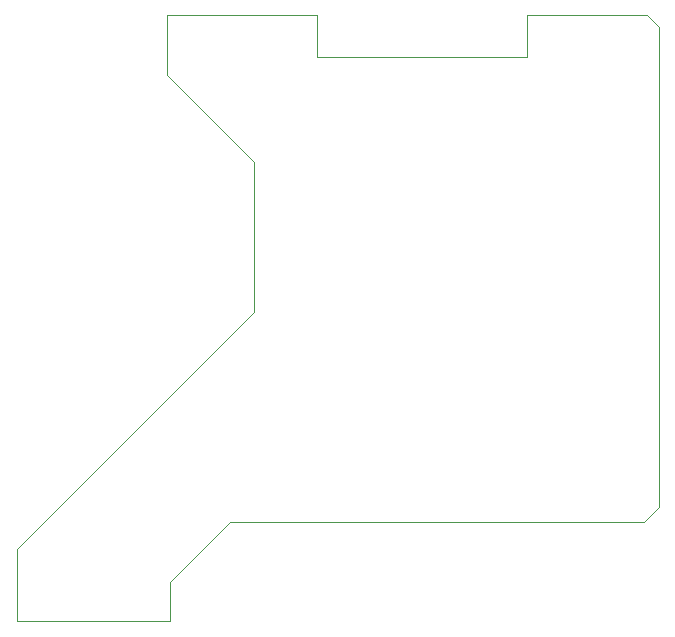
<source format=gbr>
G04 (created by PCBNEW (2013-05-16 BZR 4016)-stable) date 7/10/2013 01:08:46*
%MOIN*%
G04 Gerber Fmt 3.4, Leading zero omitted, Abs format*
%FSLAX34Y34*%
G01*
G70*
G90*
G04 APERTURE LIST*
%ADD10C,0.00590551*%
%ADD11C,0.00393701*%
G04 APERTURE END LIST*
G54D10*
G54D11*
X102100Y-60600D02*
X101900Y-60800D01*
X102100Y-44600D02*
X102100Y-60600D01*
X101900Y-44400D02*
X102100Y-44600D01*
X88600Y-49100D02*
X88600Y-54100D01*
X88600Y-54100D02*
X80700Y-62000D01*
X88600Y-49100D02*
X85700Y-46200D01*
X87800Y-61100D02*
X90600Y-61100D01*
X85800Y-63100D02*
X87800Y-61100D01*
X80700Y-64400D02*
X80700Y-62000D01*
X85800Y-64400D02*
X85800Y-63100D01*
X80700Y-64400D02*
X85800Y-64400D01*
X90600Y-61100D02*
X101600Y-61100D01*
X97700Y-45600D02*
X90700Y-45600D01*
X97700Y-44200D02*
X97700Y-45600D01*
X90700Y-45500D02*
X90700Y-45600D01*
X90700Y-44200D02*
X90700Y-45500D01*
X85700Y-44200D02*
X85700Y-44300D01*
X90700Y-44200D02*
X85700Y-44200D01*
X101700Y-44200D02*
X97700Y-44200D01*
X101900Y-44400D02*
X101700Y-44200D01*
X85700Y-44300D02*
X85700Y-46200D01*
X101900Y-60800D02*
X101600Y-61100D01*
M02*

</source>
